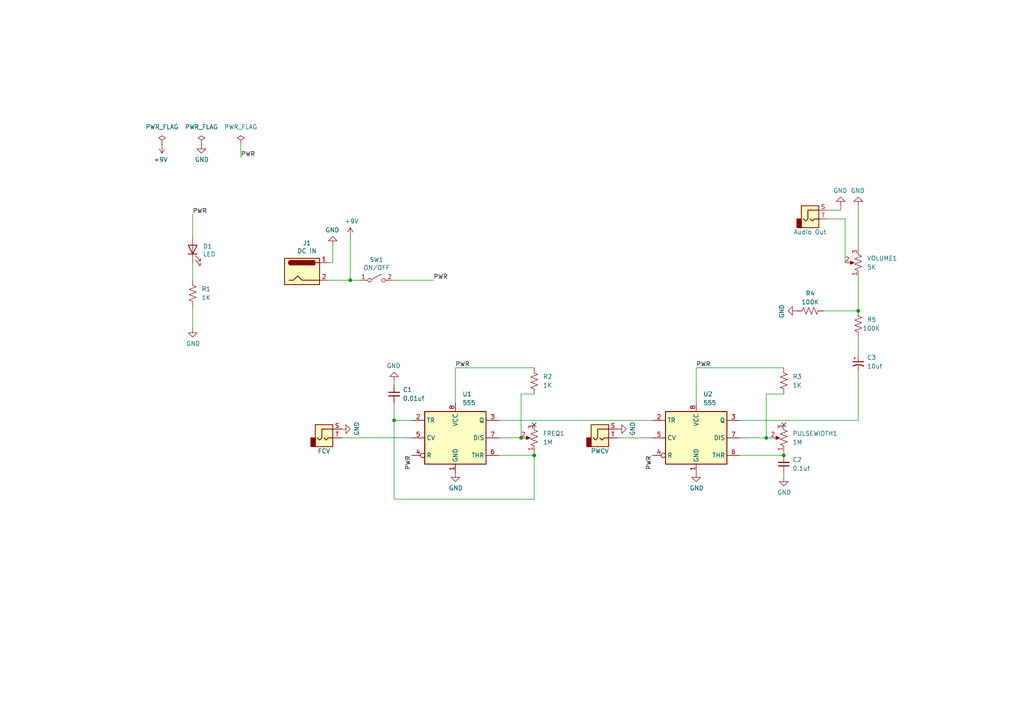
<source format=kicad_sch>
(kicad_sch (version 20211123) (generator eeschema)
  (paper "A4")
  (lib_symbols
    (symbol "Connector:AudioJack2"
      (property "Reference" "J" (at 0 8.89 0))
      (property "Value" "AudioJack2" (at 0 6.35 0))
      (symbol "AudioJack2_0_1"
        (rectangle (start -3.81 0) (end -2.54 -2.54) (stroke (width 0.254)) (fill (type outline)))
        (rectangle (start -2.54 3.81) (end 2.54 -2.54) (stroke (width 0.254)) (fill (type background)))
        (polyline (pts (xy 0 0) (xy 0.635 -0.635) (xy 1.27 0) (xy 2.54 0)) (stroke (width 0.254)))
        (polyline (pts (xy 2.54 2.54) (xy -0.635 2.54) (xy -0.635 0) (xy -1.27 -0.635) (xy -1.905 0)) (stroke (width 0.254)))
      )
      (symbol "AudioJack2_1_1"
        (pin passive line (at 5.08 2.54 180) (length 2.54) (name "~") (number "S"))
        (pin passive line (at 5.08 0 180) (length 2.54) (name "~") (number "T"))
      )
    )
    (symbol "Connector:Jack-DC" (pin_names (offset 1.016))
      (property "Reference" "J" (at 0 5.334 0))
      (property "Value" "Jack-DC" (at 0 -5.08 0))
      (symbol "Jack-DC_0_1"
        (rectangle (start -5.08 3.81) (end 5.08 -3.81) (stroke (width 0.254)) (fill (type background)))
        (arc (start -3.302 3.175) (mid -3.937 2.54) (end -3.302 1.905) (stroke (width 0.254)))
        (arc (start -3.302 3.175) (mid -3.937 2.54) (end -3.302 1.905) (stroke (width 0.254)) (fill (type outline)))
        (polyline (pts (xy 5.08 2.54) (xy 3.81 2.54)) (stroke (width 0.254)))
        (polyline (pts (xy -3.81 -2.54) (xy -2.54 -2.54) (xy -1.27 -1.27) (xy 0 -2.54) (xy 2.54 -2.54) (xy 5.08 -2.54)) (stroke (width 0.254)))
        (rectangle (start 3.683 3.175) (end -3.302 1.905) (stroke (width 0.254)) (fill (type outline)))
      )
      (symbol "Jack-DC_1_1"
        (pin passive line (at 7.62 2.54 180) (length 2.54) (name "~") (number "1"))
        (pin passive line (at 7.62 -2.54 180) (length 2.54) (name "~") (number "2"))
      )
    )
    (symbol "Device:C_Polarized_Small_US" (pin_numbers hide) (pin_names (offset 0.254) hide)
      (property "Reference" "C" (at 0.254 1.778 0))
      (property "Value" "C_Polarized_Small_US" (at 0.254 -2.032 0))
      (symbol "C_Polarized_Small_US_0_1"
        (polyline (pts (xy -1.524 0.508) (xy 1.524 0.508)) (stroke (width 0.3048)))
        (polyline (pts (xy -1.27 1.524) (xy -0.762 1.524)))
        (polyline (pts (xy -1.016 1.27) (xy -1.016 1.778)))
        (arc (start 1.524 -0.762) (mid 0 -0.3734) (end -1.524 -0.762) (stroke (width 0.3048)))
      )
      (symbol "C_Polarized_Small_US_1_1"
        (pin passive line (at 0 2.54 270) (length 2.032) (name "~") (number "1"))
        (pin passive line (at 0 -2.54 90) (length 2.032) (name "~") (number "2"))
      )
    )
    (symbol "Device:C_Small" (pin_numbers hide) (pin_names (offset 0.254) hide)
      (property "Reference" "C" (at 0.254 1.778 0))
      (property "Value" "C_Small" (at 0.254 -2.032 0))
      (symbol "C_Small_0_1"
        (polyline (pts (xy -1.524 -0.508) (xy 1.524 -0.508)) (stroke (width 0.3302)))
        (polyline (pts (xy -1.524 0.508) (xy 1.524 0.508)) (stroke (width 0.3048)))
      )
      (symbol "C_Small_1_1"
        (pin passive line (at 0 2.54 270) (length 2.032) (name "~") (number "1"))
        (pin passive line (at 0 -2.54 90) (length 2.032) (name "~") (number "2"))
      )
    )
    (symbol "Device:LED" (pin_numbers hide) (pin_names (offset 1.016) hide)
      (property "Reference" "D" (at 0 2.54 0))
      (property "Value" "LED" (at 0 -2.54 0))
      (symbol "LED_0_1"
        (polyline (pts (xy -1.27 -1.27) (xy -1.27 1.27)) (stroke (width 0.254)))
        (polyline (pts (xy -1.27 0) (xy 1.27 0)))
        (polyline (pts (xy 1.27 -1.27) (xy 1.27 1.27) (xy -1.27 0) (xy 1.27 -1.27)) (stroke (width 0.254)))
        (polyline (pts (xy -3.048 -0.762) (xy -4.572 -2.286) (xy -3.81 -2.286) (xy -4.572 -2.286) (xy -4.572 -1.524)))
        (polyline (pts (xy -1.778 -0.762) (xy -3.302 -2.286) (xy -2.54 -2.286) (xy -3.302 -2.286) (xy -3.302 -1.524)))
      )
      (symbol "LED_1_1"
        (pin passive line (at -3.81 0 0) (length 2.54) (name "K") (number "1"))
        (pin passive line (at 3.81 0 180) (length 2.54) (name "A") (number "2"))
      )
    )
    (symbol "Device:R_Potentiometer_US" (pin_names (offset 1.016) hide)
      (property "Reference" "RV" (at -4.445 0 90))
      (property "Value" "R_Potentiometer_US" (at -2.54 0 90))
      (symbol "R_Potentiometer_US_0_1"
        (polyline (pts (xy 0 -2.286) (xy 0 -2.54)))
        (polyline (pts (xy 0 2.54) (xy 0 2.286)))
        (polyline (pts (xy 2.54 0) (xy 1.524 0)))
        (polyline (pts (xy 1.143 0) (xy 2.286 0.508) (xy 2.286 -0.508) (xy 1.143 0)) (fill (type outline)))
        (polyline (pts (xy 0 -0.762) (xy 1.016 -1.143) (xy 0 -1.524) (xy -1.016 -1.905) (xy 0 -2.286)))
        (polyline (pts (xy 0 0.762) (xy 1.016 0.381) (xy 0 0) (xy -1.016 -0.381) (xy 0 -0.762)))
        (polyline (pts (xy 0 2.286) (xy 1.016 1.905) (xy 0 1.524) (xy -1.016 1.143) (xy 0 0.762)))
      )
      (symbol "R_Potentiometer_US_1_1"
        (pin passive line (at 0 3.81 270) (length 1.27) (name "1") (number "1"))
        (pin passive line (at 3.81 0 180) (length 1.27) (name "2") (number "2"))
        (pin passive line (at 0 -3.81 90) (length 1.27) (name "3") (number "3"))
      )
    )
    (symbol "Device:R_US" (pin_numbers hide) (pin_names (offset 0))
      (property "Reference" "R" (at 2.54 0 90))
      (property "Value" "R_US" (at -2.54 0 90))
      (symbol "R_US_0_1"
        (polyline (pts (xy 0 -2.286) (xy 0 -2.54)))
        (polyline (pts (xy 0 2.286) (xy 0 2.54)))
        (polyline (pts (xy 0 -0.762) (xy 1.016 -1.143) (xy 0 -1.524) (xy -1.016 -1.905) (xy 0 -2.286)))
        (polyline (pts (xy 0 0.762) (xy 1.016 0.381) (xy 0 0) (xy -1.016 -0.381) (xy 0 -0.762)))
        (polyline (pts (xy 0 2.286) (xy 1.016 1.905) (xy 0 1.524) (xy -1.016 1.143) (xy 0 0.762)))
      )
      (symbol "R_US_1_1"
        (pin passive line (at 0 3.81 270) (length 1.27) (name "~") (number "1"))
        (pin passive line (at 0 -3.81 90) (length 1.27) (name "~") (number "2"))
      )
    )
    (symbol "Switch:SW_SPST" (pin_names (offset 0) hide)
      (property "Reference" "SW" (at 0 3.175 0))
      (property "Value" "SW_SPST" (at 0 -2.54 0))
      (symbol "SW_SPST_0_0"
        (circle (center -2.032 0) (radius 0.508))
        (polyline (pts (xy -1.524 0.254) (xy 1.524 1.778)))
        (circle (center 2.032 0) (radius 0.508))
      )
      (symbol "SW_SPST_1_1"
        (pin passive line (at -5.08 0 0) (length 2.54) (name "A") (number "1"))
        (pin passive line (at 5.08 0 180) (length 2.54) (name "B") (number "2"))
      )
    )
    (symbol "Timer:LM555xM"
      (property "Reference" "U" (at -10.16 8.89 0))
      (property "Value" "LM555xM" (at 2.54 8.89 0))
      (symbol "LM555xM_0_0"
        (pin power_in line (at 0 -10.16 90) (length 2.54) (name "GND") (number "1"))
        (pin power_in line (at 0 10.16 270) (length 2.54) (name "VCC") (number "8"))
      )
      (symbol "LM555xM_0_1"
        (rectangle (start -8.89 -7.62) (end 8.89 7.62) (stroke (width 0.254)) (fill (type background)))
        (rectangle (start -8.89 -7.62) (end 8.89 7.62) (stroke (width 0.254)) (fill (type background)))
      )
      (symbol "LM555xM_1_1"
        (pin input line (at -12.7 5.08 0) (length 3.81) (name "TR") (number "2"))
        (pin output line (at 12.7 5.08 180) (length 3.81) (name "Q") (number "3"))
        (pin input inverted (at -12.7 -5.08 0) (length 3.81) (name "R") (number "4"))
        (pin input line (at -12.7 0 0) (length 3.81) (name "CV") (number "5"))
        (pin input line (at 12.7 -5.08 180) (length 3.81) (name "THR") (number "6"))
        (pin input line (at 12.7 0 180) (length 3.81) (name "DIS") (number "7"))
      )
    )
    (symbol "power:+9V" (power) (pin_names (offset 0))
      (property "Value" "+9V" (at 0 3.556 0))
      (symbol "+9V_0_1"
        (polyline (pts (xy -0.762 1.27) (xy 0 2.54)))
        (polyline (pts (xy 0 0) (xy 0 2.54)))
        (polyline (pts (xy 0 2.54) (xy 0.762 1.27)))
      )
      (symbol "+9V_1_1"
        (pin power_in line (at 0 0 90) (length 0) hide (name "+9V") (number "1"))
      )
    )
    (symbol "power:GND" (power) (pin_names (offset 0))
      (property "Value" "GND" (at 0 -3.81 0))
      (symbol "GND_0_1"
        (polyline (pts (xy 0 0) (xy 0 -1.27) (xy 1.27 -1.27) (xy 0 -2.54) (xy -1.27 -1.27) (xy 0 -1.27)))
      )
      (symbol "GND_1_1"
        (pin power_in line (at 0 0 270) (length 0) hide (name "GND") (number "1"))
      )
    )
    (symbol "power:PWR_FLAG" (power) (pin_numbers hide) (pin_names (offset 0) hide)
      (property "Value" "PWR_FLAG" (at 0 3.81 0))
      (symbol "PWR_FLAG_0_0"
        (pin power_out line (at 0 0 90) (length 0) (name "pwr") (number "1"))
      )
      (symbol "PWR_FLAG_0_1"
        (polyline (pts (xy 0 0) (xy 0 1.27) (xy -1.016 1.905) (xy 0 2.54) (xy 1.016 1.905) (xy 0 1.27)))
      )
    )
  )
  (junction (at 248.92 90.17))
  (junction (at 222.25 127))
  (junction (at 227.33 132.08))
  (junction (at 114.3 121.92))
  (junction (at 154.94 132.08))
  (junction (at 151.13 127))
  (junction (at 101.6 81.28))
  (no_connect (at 227.33 123.19))
  (no_connect (at 154.94 123.19))
  (wire (pts (xy 151.13 114.3) (xy 154.94 114.3)))
  (wire (pts (xy 114.3 81.28) (xy 125.73 81.28)))
  (wire (pts (xy 179.07 127) (xy 189.23 127)))
  (wire (pts (xy 248.92 97.79) (xy 248.92 102.87)))
  (wire (pts (xy 248.92 59.69) (xy 248.92 72.39)))
  (wire (pts (xy 154.94 144.78) (xy 154.94 132.08)))
  (wire (pts (xy 99.06 127) (xy 119.38 127)))
  (wire (pts (xy 114.3 121.92) (xy 119.38 121.92)))
  (wire (pts (xy 245.11 63.5) (xy 245.11 76.2)))
  (wire (pts (xy 55.88 88.9) (xy 55.88 95.25)))
  (wire (pts (xy 144.78 121.92) (xy 189.23 121.92)))
  (wire (pts (xy 55.88 62.23) (xy 55.88 68.58)))
  (wire (pts (xy 154.94 106.68) (xy 132.08 106.68)))
  (wire (pts (xy 144.78 132.08) (xy 154.94 132.08)))
  (wire (pts (xy 101.6 68.58) (xy 101.6 81.28)))
  (wire (pts (xy 114.3 110.49) (xy 114.3 111.76)))
  (wire (pts (xy 248.92 121.92) (xy 248.92 107.95)))
  (wire (pts (xy 248.92 80.01) (xy 248.92 90.17)))
  (wire (pts (xy 132.08 106.68) (xy 132.08 116.84)))
  (wire (pts (xy 227.33 114.3) (xy 222.25 114.3)))
  (wire (pts (xy 214.63 132.08) (xy 227.33 132.08)))
  (wire (pts (xy 95.25 81.28) (xy 101.6 81.28)))
  (wire (pts (xy 222.25 127) (xy 223.52 127)))
  (wire (pts (xy 95.25 76.2) (xy 96.52 76.2)))
  (wire (pts (xy 96.52 76.2) (xy 96.52 71.12)))
  (wire (pts (xy 227.33 132.08) (xy 227.33 130.81)))
  (wire (pts (xy 69.85 41.91) (xy 69.85 45.72)))
  (wire (pts (xy 114.3 116.84) (xy 114.3 121.92)))
  (wire (pts (xy 240.03 63.5) (xy 245.11 63.5)))
  (wire (pts (xy 201.93 106.68) (xy 201.93 116.84)))
  (wire (pts (xy 151.13 114.3) (xy 151.13 127)))
  (wire (pts (xy 227.33 106.68) (xy 201.93 106.68)))
  (wire (pts (xy 114.3 144.78) (xy 154.94 144.78)))
  (wire (pts (xy 243.84 60.96) (xy 243.84 59.69)))
  (wire (pts (xy 144.78 127) (xy 151.13 127)))
  (wire (pts (xy 240.03 60.96) (xy 243.84 60.96)))
  (wire (pts (xy 238.76 90.17) (xy 248.92 90.17)))
  (wire (pts (xy 222.25 114.3) (xy 222.25 127)))
  (wire (pts (xy 227.33 138.43) (xy 227.33 137.16)))
  (wire (pts (xy 114.3 121.92) (xy 114.3 144.78)))
  (wire (pts (xy 214.63 121.92) (xy 248.92 121.92)))
  (wire (pts (xy 154.94 132.08) (xy 154.94 130.81)))
  (wire (pts (xy 55.88 76.2) (xy 55.88 81.28)))
  (wire (pts (xy 101.6 81.28) (xy 104.14 81.28)))
  (wire (pts (xy 214.63 127) (xy 222.25 127)))
  (label "PWR" (at 189.23 132.08 270))
  (label "PWR" (at 125.73 81.28 0))
  (label "PWR" (at 132.08 106.68 0))
  (label "PWR" (at 201.93 106.68 0))
  (label "PWR" (at 55.88 62.23 0))
  (label "PWR" (at 119.38 132.08 270))
  (label "PWR" (at 69.85 45.72 0))
  (symbol (lib_id "Device:R_US") (at 248.92 93.98 180) (unit 1)
    (property "Reference" "R5" (at 251.46 92.71 0) (effects (justify right)))
    (property "Value" "100K" (at 250.19 95.25 0) (effects (justify right)))
    (property "Footprint" "Resistor_THT:R_Axial_DIN0207_L6.3mm_D2.5mm_P10.16mm_Horizontal" (effects hide))
  )
  (symbol (lib_id "Device:C_Small") (at 114.3 114.3 0) (unit 1)
    (property "Reference" "C1" (at 116.84 113.0362 0) (effects (justify left)))
    (property "Value" "0.01uf" (at 116.84 115.5762 0) (effects (justify left)))
    (property "Footprint" "Capacitor_THT:C_Disc_D4.3mm_W1.9mm_P5.00mm" (effects hide))
  )
  (symbol (lib_id "power:GND") (at 243.84 59.69 180) (unit 1)
    (property "Reference" "#PWR0104" (effects hide))
    (property "Value" "GND" (at 243.713 55.2958 0))
  )
  (symbol (lib_id "power:PWR_FLAG") (at 46.99 41.91 0) (unit 1)
    (property "Reference" "#FLG0103" (effects hide))
    (property "Value" "PWR_FLAG" (at 46.99 36.83 0))
  )
  (symbol (lib_id "Device:C_Small") (at 227.33 134.62 180) (unit 1)
    (property "Reference" "C2" (at 229.87 133.3435 0) (effects (justify right)))
    (property "Value" "0.1uf" (at 229.87 135.8835 0) (effects (justify right)))
    (property "Footprint" "Capacitor_THT:C_Disc_D4.3mm_W1.9mm_P5.00mm" (effects hide))
  )
  (symbol (lib_id "power:GND") (at 55.88 95.25 0) (unit 1)
    (property "Reference" "#PWR0111" (effects hide))
    (property "Value" "GND" (at 56.007 99.6442 0))
  )
  (symbol (lib_id "power:GND") (at 248.92 59.69 180) (unit 1)
    (property "Reference" "#PWR0103" (effects hide))
    (property "Value" "GND" (at 248.793 55.2958 0))
  )
  (symbol (lib_id "Device:C_Polarized_Small_US") (at 248.92 105.41 0) (unit 1)
    (property "Reference" "C3" (at 251.46 103.7081 0) (effects (justify left)))
    (property "Value" "10uf" (at 251.46 106.2481 0) (effects (justify left)))
    (property "Footprint" "Capacitor_THT:CP_Radial_D5.0mm_P2.50mm" (effects hide))
  )
  (symbol (lib_id "Connector:AudioJack2") (at 173.99 127 0) (unit 1)
    (property "Reference" "J3" (effects hide))
    (property "Value" "PWCV" (at 173.99 130.81 0))
    (property "Footprint" "Connector_Wire:SolderWire-0.5sqmm_1x02_P4.6mm_D0.9mm_OD2.1mm" (effects hide))
  )
  (symbol (lib_id "power:GND") (at 99.06 124.46 90) (unit 1)
    (property "Reference" "#PWR0109" (effects hide))
    (property "Value" "GND" (at 103.4542 124.333 0))
  )
  (symbol (lib_id "power:GND") (at 227.33 138.43 0) (unit 1)
    (property "Reference" "#PWR0101" (effects hide))
    (property "Value" "GND" (at 227.457 142.8242 0))
  )
  (symbol (lib_id "power:GND") (at 132.08 137.16 0) (unit 1)
    (property "Reference" "#PWR0106" (effects hide))
    (property "Value" "GND" (at 132.207 141.5542 0))
  )
  (symbol (lib_id "Timer:LM555xM") (at 201.93 127 0) (unit 1)
    (property "Reference" "U2" (at 203.9494 114.3 0) (effects (justify left)))
    (property "Value" "555" (at 203.9494 116.84 0) (effects (justify left)))
    (property "Footprint" "Package_DIP:DIP-8_W7.62mm" (effects hide))
    (property "Datasheet" "http://www.ti.com/lit/ds/symlink/lm555.pdf" (effects hide))
  )
  (symbol (lib_id "Connector:AudioJack2") (at 93.98 127 0) (unit 1)
    (property "Reference" "J2" (effects hide))
    (property "Value" "FCV" (at 93.98 130.81 0))
    (property "Footprint" "Connector_Wire:SolderWire-0.5sqmm_1x02_P4.6mm_D0.9mm_OD2.1mm" (effects hide))
  )
  (symbol (lib_id "Connector:AudioJack2") (at 234.95 63.5 0) (unit 1)
    (property "Reference" "J4" (effects hide))
    (property "Value" "Audio Out" (at 234.95 67.31 0))
    (property "Footprint" "Connector_Wire:SolderWire-0.5sqmm_1x02_P4.6mm_D0.9mm_OD2.1mm" (effects hide))
  )
  (symbol (lib_id "Timer:LM555xM") (at 132.08 127 0) (unit 1)
    (property "Reference" "U1" (at 134.0994 114.3 0) (effects (justify left)))
    (property "Value" "555" (at 134.0994 116.84 0) (effects (justify left)))
    (property "Footprint" "Package_DIP:DIP-8_W7.62mm" (effects hide))
    (property "Datasheet" "http://www.ti.com/lit/ds/symlink/lm555.pdf" (effects hide))
  )
  (symbol (lib_id "power:+9V") (at 101.6 68.58 0) (unit 1)
    (property "Reference" "#PWR0110" (effects hide))
    (property "Value" "+9V" (at 101.981 64.1858 0))
  )
  (symbol (lib_id "power:GND") (at 96.52 71.12 180) (unit 1)
    (property "Reference" "#PWR0113" (effects hide))
    (property "Value" "GND" (at 96.393 66.7258 0))
  )
  (symbol (lib_id "power:GND") (at 179.07 124.46 90) (unit 1)
    (property "Reference" "#PWR0108" (effects hide))
    (property "Value" "GND" (at 183.4642 124.333 0))
  )
  (symbol (lib_id "power:+9V") (at 46.99 41.91 180) (unit 1)
    (property "Reference" "#PWR0112" (effects hide))
    (property "Value" "+9V" (at 46.609 46.3042 0))
  )
  (symbol (lib_id "Device:R_Potentiometer_US") (at 248.92 76.2 180) (unit 1)
    (property "Reference" "VOLUME1" (at 251.46 74.9299 0) (effects (justify right)))
    (property "Value" "5K" (at 251.46 77.4699 0) (effects (justify right)))
    (property "Footprint" "Connector_Wire:SolderWire-0.5sqmm_1x03_P4.6mm_D0.9mm_OD2.1mm" (effects hide))
  )
  (symbol (lib_id "Device:R_US") (at 234.95 90.17 90) (unit 1)
    (property "Reference" "R4" (at 233.68 85.09 90) (effects (justify right)))
    (property "Value" "100K" (at 232.41 87.63 90) (effects (justify right)))
    (property "Footprint" "Resistor_THT:R_Axial_DIN0207_L6.3mm_D2.5mm_P10.16mm_Horizontal" (effects hide))
  )
  (symbol (lib_id "power:GND") (at 201.93 137.16 0) (unit 1)
    (property "Reference" "#PWR0102" (effects hide))
    (property "Value" "GND" (at 202.057 141.5542 0))
  )
  (symbol (lib_id "Device:LED") (at 55.88 72.39 90) (unit 1)
    (property "Reference" "D1" (at 58.8518 71.4248 90) (effects (justify right)))
    (property "Value" "LED" (at 58.8518 73.7362 90) (effects (justify right)))
    (property "Footprint" "LED_THT:LED_D3.0mm" (effects hide))
  )
  (symbol (lib_id "power:GND") (at 231.14 90.17 270) (unit 1)
    (property "Reference" "#PWR0105" (effects hide))
    (property "Value" "GND" (at 226.7458 90.297 0))
  )
  (symbol (lib_id "Connector:Jack-DC") (at 87.63 78.74 0) (unit 1)
    (property "Reference" "J1" (at 89.027 70.485 0))
    (property "Value" "DC IN" (at 89.027 72.7964 0))
    (property "Footprint" "Connector_Wire:SolderWire-0.5sqmm_1x02_P4.6mm_D0.9mm_OD2.1mm" (effects hide))
  )
  (symbol (lib_id "Device:R_US") (at 154.94 110.49 180) (unit 1)
    (property "Reference" "R2" (at 157.48 109.2199 0) (effects (justify right)))
    (property "Value" "1K" (at 157.48 111.7599 0) (effects (justify right)))
    (property "Footprint" "Resistor_THT:R_Axial_DIN0207_L6.3mm_D2.5mm_P10.16mm_Horizontal" (effects hide))
  )
  (symbol (lib_id "Switch:SW_SPST") (at 109.22 81.28 0) (unit 1)
    (property "Reference" "SW1" (at 109.22 75.311 0))
    (property "Value" "ON/OFF" (at 109.22 77.6224 0))
    (property "Footprint" "Connector_Wire:SolderWire-0.5sqmm_1x02_P4.6mm_D0.9mm_OD2.1mm" (effects hide))
  )
  (symbol (lib_id "Device:R_Potentiometer_US") (at 154.94 127 180) (unit 1)
    (property "Reference" "FREQ1" (at 157.48 125.7299 0) (effects (justify right)))
    (property "Value" "1M" (at 157.48 128.2699 0) (effects (justify right)))
    (property "Footprint" "Connector_Wire:SolderWire-0.5sqmm_1x03_P4.6mm_D0.9mm_OD2.1mm" (effects hide))
  )
  (symbol (lib_id "power:PWR_FLAG") (at 58.42 41.91 0) (unit 1)
    (property "Reference" "#FLG0102" (effects hide))
    (property "Value" "PWR_FLAG" (at 58.42 36.83 0))
  )
  (symbol (lib_id "power:PWR_FLAG") (at 69.85 41.91 0) (unit 1)
    (property "Reference" "#FLG0101" (effects hide))
    (property "Value" "PWR_FLAG" (at 69.85 36.83 0))
  )
  (symbol (lib_id "Device:R_US") (at 227.33 110.49 180) (unit 1)
    (property "Reference" "R3" (at 229.87 109.2199 0) (effects (justify right)))
    (property "Value" "1K" (at 229.87 111.7599 0) (effects (justify right)))
    (property "Footprint" "Resistor_THT:R_Axial_DIN0207_L6.3mm_D2.5mm_P10.16mm_Horizontal" (effects hide))
  )
  (symbol (lib_id "Device:R_US") (at 55.88 85.09 180) (unit 1)
    (property "Reference" "R1" (at 58.42 83.82 0) (effects (justify right)))
    (property "Value" "1K" (at 58.42 86.36 0) (effects (justify right)))
    (property "Footprint" "Resistor_THT:R_Axial_DIN0207_L6.3mm_D2.5mm_P10.16mm_Horizontal" (effects hide))
  )
  (symbol (lib_id "power:GND") (at 58.42 41.91 0) (unit 1)
    (property "Reference" "#PWR_FLAG0101" (effects hide))
    (property "Value" "GND" (at 58.547 46.3042 0))
  )
  (symbol (lib_id "power:GND") (at 114.3 110.49 180) (unit 1)
    (property "Reference" "#PWR0107" (effects hide))
    (property "Value" "GND" (at 114.173 106.0958 0))
  )
  (symbol (lib_id "Device:R_Potentiometer_US") (at 227.33 127 180) (unit 1)
    (property "Reference" "PULSEWIDTH1" (at 229.87 125.7299 0) (effects (justify right)))
    (property "Value" "1M" (at 229.87 128.2699 0) (effects (justify right)))
    (property "Footprint" "Connector_Wire:SolderWire-0.5sqmm_1x03_P4.6mm_D0.9mm_OD2.1mm" (effects hide))
  )
)
</source>
